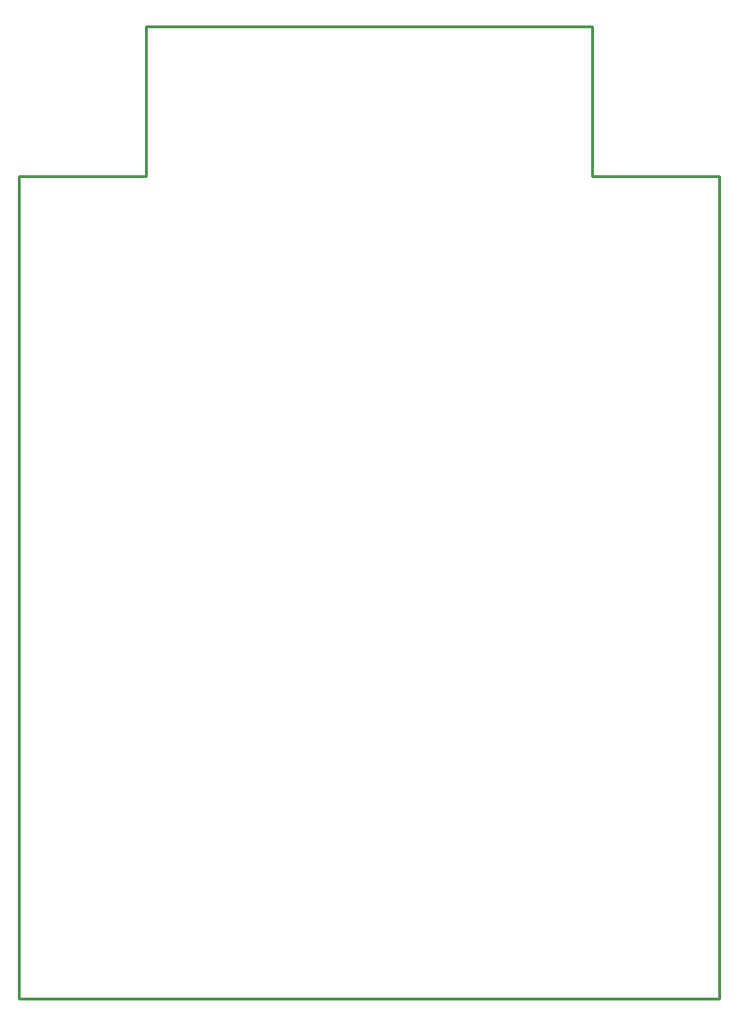
<source format=gbr>
G04 start of page 4 for group 4 idx 4 *
G04 Title: (unknown), outline *
G04 Creator: pcb 1.99z *
G04 CreationDate: Sun 23 Jun 2013 09:16:34 AM GMT UTC *
G04 For: p *
G04 Format: Gerber/RS-274X *
G04 PCB-Dimensions (mil): 6000.00 5000.00 *
G04 PCB-Coordinate-Origin: lower left *
%MOIN*%
%FSLAX25Y25*%
%LNOUTLINE*%
%ADD58C,0.0100*%
G54D58*X223500Y445000D02*X178500D01*
Y154000D01*
X426500Y445000D02*Y154000D01*
X178500D02*X426500D01*
X381500Y445000D02*Y498000D01*
X223500D01*
Y445000D01*
X381500D02*X426500D01*
M02*

</source>
